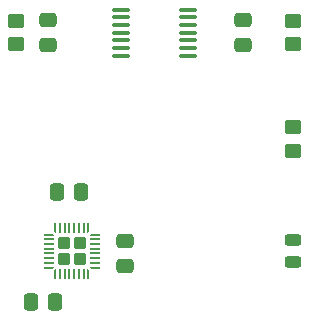
<source format=gbr>
%TF.GenerationSoftware,KiCad,Pcbnew,8.0.7+1*%
%TF.CreationDate,2025-02-19T15:00:20+01:00*%
%TF.ProjectId,ts14-arduino-shield,74733134-2d61-4726-9475-696e6f2d7368,rev?*%
%TF.SameCoordinates,Original*%
%TF.FileFunction,Paste,Top*%
%TF.FilePolarity,Positive*%
%FSLAX46Y46*%
G04 Gerber Fmt 4.6, Leading zero omitted, Abs format (unit mm)*
G04 Created by KiCad (PCBNEW 8.0.7+1) date 2025-02-19 15:00:20*
%MOMM*%
%LPD*%
G01*
G04 APERTURE LIST*
G04 Aperture macros list*
%AMRoundRect*
0 Rectangle with rounded corners*
0 $1 Rounding radius*
0 $2 $3 $4 $5 $6 $7 $8 $9 X,Y pos of 4 corners*
0 Add a 4 corners polygon primitive as box body*
4,1,4,$2,$3,$4,$5,$6,$7,$8,$9,$2,$3,0*
0 Add four circle primitives for the rounded corners*
1,1,$1+$1,$2,$3*
1,1,$1+$1,$4,$5*
1,1,$1+$1,$6,$7*
1,1,$1+$1,$8,$9*
0 Add four rect primitives between the rounded corners*
20,1,$1+$1,$2,$3,$4,$5,0*
20,1,$1+$1,$4,$5,$6,$7,0*
20,1,$1+$1,$6,$7,$8,$9,0*
20,1,$1+$1,$8,$9,$2,$3,0*%
%AMFreePoly0*
4,1,14,0.314644,0.085355,0.385355,0.014644,0.400000,-0.020711,0.400000,-0.050000,0.385355,-0.085355,0.350000,-0.100000,-0.350000,-0.100000,-0.385355,-0.085355,-0.400000,-0.050000,-0.400000,0.050000,-0.385355,0.085355,-0.350000,0.100000,0.279289,0.100000,0.314644,0.085355,0.314644,0.085355,$1*%
%AMFreePoly1*
4,1,14,0.385355,0.085355,0.400000,0.050000,0.400000,0.020711,0.385355,-0.014644,0.314644,-0.085355,0.279289,-0.100000,-0.350000,-0.100000,-0.385355,-0.085355,-0.400000,-0.050000,-0.400000,0.050000,-0.385355,0.085355,-0.350000,0.100000,0.350000,0.100000,0.385355,0.085355,0.385355,0.085355,$1*%
%AMFreePoly2*
4,1,14,0.085355,0.385355,0.100000,0.350000,0.100000,-0.350000,0.085355,-0.385355,0.050000,-0.400000,-0.050000,-0.400000,-0.085355,-0.385355,-0.100000,-0.350000,-0.100000,0.279289,-0.085355,0.314644,-0.014644,0.385355,0.020711,0.400000,0.050000,0.400000,0.085355,0.385355,0.085355,0.385355,$1*%
%AMFreePoly3*
4,1,14,0.014644,0.385355,0.085355,0.314644,0.100000,0.279289,0.100000,-0.350000,0.085355,-0.385355,0.050000,-0.400000,-0.050000,-0.400000,-0.085355,-0.385355,-0.100000,-0.350000,-0.100000,0.350000,-0.085355,0.385355,-0.050000,0.400000,-0.020711,0.400000,0.014644,0.385355,0.014644,0.385355,$1*%
%AMFreePoly4*
4,1,14,0.385355,0.085355,0.400000,0.050000,0.400000,-0.050000,0.385355,-0.085355,0.350000,-0.100000,-0.279289,-0.100000,-0.314644,-0.085355,-0.385355,-0.014644,-0.400000,0.020711,-0.400000,0.050000,-0.385355,0.085355,-0.350000,0.100000,0.350000,0.100000,0.385355,0.085355,0.385355,0.085355,$1*%
%AMFreePoly5*
4,1,14,0.385355,0.085355,0.400000,0.050000,0.400000,-0.050000,0.385355,-0.085355,0.350000,-0.100000,-0.350000,-0.100000,-0.385355,-0.085355,-0.400000,-0.050000,-0.400000,-0.020711,-0.385355,0.014644,-0.314644,0.085355,-0.279289,0.100000,0.350000,0.100000,0.385355,0.085355,0.385355,0.085355,$1*%
%AMFreePoly6*
4,1,14,0.085355,0.385355,0.100000,0.350000,0.100000,-0.279289,0.085355,-0.314644,0.014644,-0.385355,-0.020711,-0.400000,-0.050000,-0.400000,-0.085355,-0.385355,-0.100000,-0.350000,-0.100000,0.350000,-0.085355,0.385355,-0.050000,0.400000,0.050000,0.400000,0.085355,0.385355,0.085355,0.385355,$1*%
%AMFreePoly7*
4,1,14,0.085355,0.385355,0.100000,0.350000,0.100000,-0.350000,0.085355,-0.385355,0.050000,-0.400000,0.020711,-0.400000,-0.014644,-0.385355,-0.085355,-0.314644,-0.100000,-0.279289,-0.100000,0.350000,-0.085355,0.385355,-0.050000,0.400000,0.050000,0.400000,0.085355,0.385355,0.085355,0.385355,$1*%
G04 Aperture macros list end*
%ADD10RoundRect,0.250000X0.337500X0.475000X-0.337500X0.475000X-0.337500X-0.475000X0.337500X-0.475000X0*%
%ADD11RoundRect,0.250000X-0.475000X0.337500X-0.475000X-0.337500X0.475000X-0.337500X0.475000X0.337500X0*%
%ADD12RoundRect,0.250000X0.450000X-0.350000X0.450000X0.350000X-0.450000X0.350000X-0.450000X-0.350000X0*%
%ADD13RoundRect,0.243750X0.456250X-0.243750X0.456250X0.243750X-0.456250X0.243750X-0.456250X-0.243750X0*%
%ADD14RoundRect,0.250000X0.475000X-0.337500X0.475000X0.337500X-0.475000X0.337500X-0.475000X-0.337500X0*%
%ADD15RoundRect,0.100000X-0.637500X-0.100000X0.637500X-0.100000X0.637500X0.100000X-0.637500X0.100000X0*%
%ADD16RoundRect,0.250000X0.285000X-0.285000X0.285000X0.285000X-0.285000X0.285000X-0.285000X-0.285000X0*%
%ADD17FreePoly0,90.000000*%
%ADD18RoundRect,0.050000X0.050000X-0.350000X0.050000X0.350000X-0.050000X0.350000X-0.050000X-0.350000X0*%
%ADD19FreePoly1,90.000000*%
%ADD20FreePoly2,90.000000*%
%ADD21RoundRect,0.050000X0.350000X-0.050000X0.350000X0.050000X-0.350000X0.050000X-0.350000X-0.050000X0*%
%ADD22FreePoly3,90.000000*%
%ADD23FreePoly4,90.000000*%
%ADD24FreePoly5,90.000000*%
%ADD25FreePoly6,90.000000*%
%ADD26FreePoly7,90.000000*%
G04 APERTURE END LIST*
D10*
%TO.C,C3*%
X141787500Y-91500000D03*
X139712500Y-91500000D03*
%TD*%
D11*
%TO.C,C4*%
X139000000Y-76962500D03*
X139000000Y-79037500D03*
%TD*%
D10*
%TO.C,C2*%
X139587500Y-100800000D03*
X137512500Y-100800000D03*
%TD*%
D11*
%TO.C,C1*%
X145550000Y-95675000D03*
X145550000Y-97750000D03*
%TD*%
D12*
%TO.C,R2*%
X136250000Y-79000000D03*
X136250000Y-77000000D03*
%TD*%
%TO.C,R1*%
X159750000Y-88000000D03*
X159750000Y-86000000D03*
%TD*%
D13*
%TO.C,D1*%
X159750000Y-97437500D03*
X159750000Y-95562500D03*
%TD*%
D14*
%TO.C,C5*%
X155500000Y-79037500D03*
X155500000Y-76962500D03*
%TD*%
D15*
%TO.C,IC2*%
X145137500Y-76050000D03*
X145137500Y-76700000D03*
X145137500Y-77350000D03*
X145137500Y-78000000D03*
X145137500Y-78650000D03*
X145137500Y-79300000D03*
X145137500Y-79950000D03*
X150862500Y-79950000D03*
X150862500Y-79300000D03*
X150862500Y-78650000D03*
X150862500Y-78000000D03*
X150862500Y-77350000D03*
X150862500Y-76700000D03*
X150862500Y-76050000D03*
%TD*%
D12*
%TO.C,R6*%
X159750000Y-79000000D03*
X159750000Y-77000000D03*
%TD*%
D16*
%TO.C,IC1*%
X140340000Y-97160000D03*
X141660000Y-97160000D03*
X140340000Y-95840000D03*
X141660000Y-95840000D03*
D17*
X139600000Y-98450000D03*
D18*
X140000000Y-98450000D03*
X140400000Y-98450000D03*
X140800000Y-98450000D03*
X141200000Y-98450000D03*
X141600000Y-98450000D03*
X142000000Y-98450000D03*
D19*
X142400000Y-98450000D03*
D20*
X142950000Y-97900000D03*
D21*
X142950000Y-97500000D03*
X142950000Y-97100000D03*
X142950000Y-96700000D03*
X142950000Y-96300000D03*
X142950000Y-95900000D03*
X142950000Y-95500000D03*
D22*
X142950000Y-95100000D03*
D23*
X142400000Y-94550000D03*
D18*
X142000000Y-94550000D03*
X141600000Y-94550000D03*
X141200000Y-94550000D03*
X140800000Y-94550000D03*
X140400000Y-94550000D03*
X140000000Y-94550000D03*
D24*
X139600000Y-94550000D03*
D25*
X139050000Y-95100000D03*
D21*
X139050000Y-95500000D03*
X139050000Y-95900000D03*
X139050000Y-96300000D03*
X139050000Y-96700000D03*
X139050000Y-97100000D03*
X139050000Y-97500000D03*
D26*
X139050000Y-97900000D03*
%TD*%
M02*

</source>
